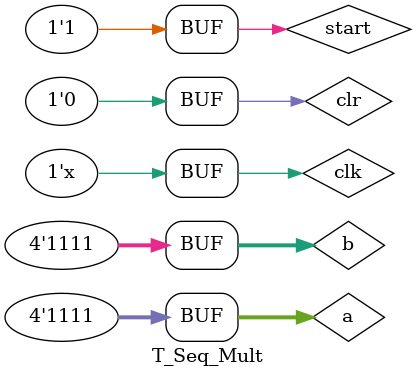
<source format=v>
`timescale 1ns / 1ps

module T_Seq_Mult;
    reg clk;
    reg clr;
    reg start;
    reg [3:0] a;
    reg [3:0] b;
    wire [7:0] p_out;
    wire zero, lsb_b;
    wire en_a, ld_shift_a,
         en_b, ld_shift_b,
         en_p, ld_add_p;
    wire [7:0] p;
    
    Seq_Mult T_MUUT_mult(.clk(clk),
                         .clr(clr),
                         .start(start),
                         .a(a),
                         .b(b),
                         .p(p));
                         
    always #10 clk = ~clk;
        
    initial begin
        
        clk <= 0;
        #50 clr <= 1;
        #50 clr <= 0;
            start <= 1;
        
        #1000 a <= 2;
              b <= 4;
        #1000 a <= 4;
              b <= 7;
        #1000 a <= 15;
              b <= 15;     
    end    

endmodule
</source>
